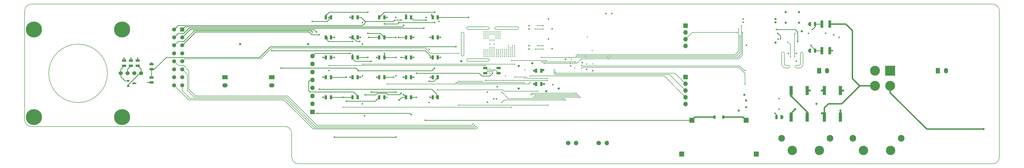
<source format=gbr>
%TF.GenerationSoftware,KiCad,Pcbnew,(5.0.0-rc2-dev-632-g76d3b6f04)*%
%TF.CreationDate,2018-06-22T22:14:38+02:00*%
%TF.ProjectId,MainBoard,4D61696E426F6172642E6B696361645F,rev?*%
%TF.SameCoordinates,Original*%
%TF.FileFunction,Copper,L4,Bot,Signal*%
%TF.FilePolarity,Positive*%
%FSLAX46Y46*%
G04 Gerber Fmt 4.6, Leading zero omitted, Abs format (unit mm)*
G04 Created by KiCad (PCBNEW (5.0.0-rc2-dev-632-g76d3b6f04)) date 06/22/18 22:14:38*
%MOMM*%
%LPD*%
G01*
G04 APERTURE LIST*
%ADD10C,0.200000*%
%ADD11R,2.000000X1.500000*%
%ADD12O,2.000000X1.500000*%
%ADD13C,3.500000*%
%ADD14C,2.500000*%
%ADD15O,1.700000X1.700000*%
%ADD16C,1.700000*%
%ADD17R,1.700000X1.700000*%
%ADD18C,1.524000*%
%ADD19C,6.000000*%
%ADD20R,0.970000X1.500000*%
%ADD21R,1.500000X0.970000*%
%ADD22R,0.900000X1.200000*%
%ADD23R,1.500000X2.000000*%
%ADD24O,1.500000X2.000000*%
%ADD25R,1.500000X1.500000*%
%ADD26C,1.500000*%
%ADD27R,3.700000X3.700000*%
%ADD28C,3.700000*%
%ADD29R,1.900000X1.900000*%
%ADD30R,1.070000X2.700000*%
%ADD31R,1.170000X3.400000*%
%ADD32R,0.900000X0.800000*%
%ADD33C,0.600000*%
%ADD34C,0.400000*%
%ADD35C,0.800000*%
%ADD36C,0.250000*%
%ADD37C,0.500000*%
G04 APERTURE END LIST*
D10*
X141000000Y-81500000D02*
X148500000Y-81500000D01*
X141000000Y-80500000D02*
X148500000Y-80500000D01*
X148500000Y-80500000D02*
G75*
G02X148500000Y-81500000I0J-500000D01*
G01*
X141000000Y-81500000D02*
G75*
G02X141000000Y-80500000I0J500000D01*
G01*
X139500000Y-71000000D02*
X139500000Y-79000000D01*
X138500000Y-71000000D02*
X138500000Y-79000000D01*
X139500000Y-79000000D02*
G75*
G02X138500000Y-79000000I-500000J0D01*
G01*
X138500000Y-71000000D02*
G75*
G02X139500000Y-71000000I500000J0D01*
G01*
X151500000Y-69500000D02*
X159500000Y-69500000D01*
X151500000Y-68500000D02*
X159500000Y-68500000D01*
X141000000Y-69500000D02*
X148500000Y-69500000D01*
X141000000Y-68500000D02*
X148500000Y-68500000D01*
X151500000Y-69500000D02*
G75*
G02X151500000Y-68500000I0J500000D01*
G01*
X148500000Y-68500000D02*
G75*
G02X148500000Y-69500000I0J-500000D01*
G01*
X159500000Y-68500000D02*
G75*
G02X159500000Y-69500000I0J-500000D01*
G01*
X141000000Y-69500000D02*
G75*
G02X141000000Y-68500000I0J500000D01*
G01*
X264000000Y-84000000D02*
X265000000Y-84000000D01*
X266500000Y-82500000D02*
X266500000Y-78500000D01*
X266500000Y-82500000D02*
G75*
G02X265000000Y-84000000I-1500000J0D01*
G01*
X265500000Y-82500000D02*
G75*
G02X265000000Y-83000000I-500000J0D01*
G01*
X260000000Y-84000000D02*
X261000000Y-84000000D01*
X258500000Y-78500000D02*
X258500000Y-82500000D01*
X260000000Y-84000000D02*
G75*
G02X258500000Y-82500000I0J1500000D01*
G01*
X265000000Y-83000000D02*
X264000000Y-83000000D01*
X265500000Y-78500000D02*
X265500000Y-82500000D01*
X265500000Y-78500000D02*
G75*
G02X266500000Y-78500000I500000J0D01*
G01*
X264000000Y-84000000D02*
G75*
G02X264000000Y-83000000I0J500000D01*
G01*
X260000000Y-83000000D02*
X261000000Y-83000000D01*
X259500000Y-78500000D02*
X259500000Y-82500000D01*
X260000000Y-83000000D02*
G75*
G02X259500000Y-82500000I0J500000D01*
G01*
X261000000Y-83000000D02*
G75*
G02X261000000Y-84000000I0J-500000D01*
G01*
X258500000Y-78500000D02*
G75*
G02X259500000Y-78500000I500000J0D01*
G01*
X72500000Y-106000000D02*
G75*
G02X75000000Y-108500000I0J-2500000D01*
G01*
X75000000Y-108500000D02*
X75000000Y-117500000D01*
X-22500000Y-106000000D02*
X72500000Y-106000000D01*
X6000000Y-86000000D02*
G75*
G03X6000000Y-86000000I-11000000J0D01*
G01*
X-25000000Y-62500000D02*
G75*
G02X-22500000Y-60000000I2500000J0D01*
G01*
X-22500000Y-106000000D02*
G75*
G02X-25000000Y-103500000I0J2500000D01*
G01*
X-25000000Y-62500000D02*
X-25000000Y-103500000D01*
X-22500000Y-60000000D02*
X337500000Y-60000000D01*
X337500000Y-60000000D02*
G75*
G02X340000000Y-62500000I0J-2500000D01*
G01*
X340000000Y-117500000D02*
G75*
G02X337500000Y-120000000I-2500000J0D01*
G01*
X77500000Y-120000000D02*
G75*
G02X75000000Y-117500000I0J2500000D01*
G01*
X337500000Y-120000000D02*
X77500000Y-120000000D01*
X340000000Y-62500000D02*
X340000000Y-117500000D01*
D11*
X67500000Y-87500000D03*
D12*
X67500000Y-90500000D03*
D13*
X289075000Y-115000000D03*
X299275000Y-115000000D03*
D14*
X303225000Y-110400000D03*
X285125000Y-110400000D03*
D13*
X262400000Y-115000000D03*
X272600000Y-115000000D03*
D14*
X276550000Y-110400000D03*
X258450000Y-110400000D03*
D15*
X181500000Y-112181000D03*
D16*
X178500000Y-112181000D03*
D15*
X193000000Y-112181000D03*
D16*
X190000000Y-112181000D03*
D17*
X82821000Y-100500000D03*
D15*
X82821000Y-97500000D03*
X82821000Y-94500000D03*
X82821000Y-91500000D03*
X82821000Y-88500000D03*
X82821000Y-85500000D03*
X82821000Y-82500000D03*
X82821000Y-79500000D03*
D18*
X18620000Y-86000000D03*
X16080000Y-86000000D03*
X13540000Y-86000000D03*
X11000000Y-86000000D03*
D19*
X-21500000Y-69500000D03*
X-21500000Y-102500000D03*
X11500000Y-102500000D03*
X11500000Y-69500000D03*
D20*
X166545000Y-85000000D03*
X168455000Y-85000000D03*
X168455000Y-90000000D03*
X166545000Y-90000000D03*
D21*
X17350000Y-83155000D03*
X17350000Y-81245000D03*
X14810000Y-83155000D03*
X14810000Y-81245000D03*
X12270000Y-81245000D03*
X12270000Y-83155000D03*
D20*
X107795000Y-65000000D03*
X109705000Y-65000000D03*
D21*
X147500000Y-85955000D03*
X147500000Y-84045000D03*
D22*
X233350000Y-102500000D03*
X236650000Y-102500000D03*
D23*
X272500000Y-85000000D03*
D24*
X275500000Y-85000000D03*
D17*
X222500000Y-87420000D03*
D15*
X222500000Y-89960000D03*
X222500000Y-92500000D03*
X222500000Y-95040000D03*
X222500000Y-97580000D03*
D25*
X34000000Y-69500000D03*
D26*
X34000000Y-72500000D03*
X34000000Y-75500000D03*
X34000000Y-78500000D03*
X34000000Y-81500000D03*
X34000000Y-84500000D03*
X34000000Y-87500000D03*
X34000000Y-90500000D03*
X31000000Y-69500000D03*
X31000000Y-72500000D03*
X31000000Y-75500000D03*
X31000000Y-78500000D03*
X31000000Y-81500000D03*
X31000000Y-84500000D03*
X31000000Y-87500000D03*
X31000000Y-90500000D03*
D12*
X50000000Y-90500000D03*
D11*
X50000000Y-87500000D03*
D24*
X320000000Y-85000000D03*
D23*
X317000000Y-85000000D03*
D27*
X299100000Y-85000000D03*
D28*
X299100000Y-90700000D03*
X293400000Y-85000000D03*
X293400000Y-90700000D03*
D29*
X224850000Y-103650000D03*
X245150000Y-103650000D03*
X221030000Y-116350000D03*
X248970000Y-116350000D03*
D21*
X22500000Y-87545000D03*
X22500000Y-89455000D03*
X22500000Y-82545000D03*
X22500000Y-84455000D03*
D20*
X97795000Y-95000000D03*
X99705000Y-95000000D03*
X89705000Y-95000000D03*
X87795000Y-95000000D03*
X107795000Y-80000000D03*
X109705000Y-80000000D03*
X89705000Y-65000000D03*
X87795000Y-65000000D03*
X129705000Y-72500000D03*
X127795000Y-72500000D03*
X127795000Y-65000000D03*
X129705000Y-65000000D03*
X127795000Y-80000000D03*
X129705000Y-80000000D03*
X99705000Y-65000000D03*
X97795000Y-65000000D03*
X107795000Y-72500000D03*
X109705000Y-72500000D03*
X119705000Y-65000000D03*
X117795000Y-65000000D03*
X117795000Y-72500000D03*
X119705000Y-72500000D03*
X97795000Y-72500000D03*
X99705000Y-72500000D03*
X89705000Y-80000000D03*
X87795000Y-80000000D03*
D21*
X152500000Y-85955000D03*
X152500000Y-84045000D03*
D20*
X89705000Y-72500000D03*
X87795000Y-72500000D03*
X117795000Y-80000000D03*
X119705000Y-80000000D03*
X97795000Y-80000000D03*
X99705000Y-80000000D03*
X117795000Y-95000000D03*
X119705000Y-95000000D03*
X119705000Y-87500000D03*
X117795000Y-87500000D03*
X109705000Y-87500000D03*
X107795000Y-87500000D03*
X99705000Y-87500000D03*
X97795000Y-87500000D03*
X129705000Y-95000000D03*
X127795000Y-95000000D03*
X109705000Y-95000000D03*
X107795000Y-95000000D03*
X129705000Y-87500000D03*
X127795000Y-87500000D03*
X87795000Y-87500000D03*
X89705000Y-87500000D03*
D30*
X276505000Y-67500000D03*
X273495000Y-67500000D03*
D20*
X270955000Y-67500000D03*
X269045000Y-67500000D03*
D30*
X273495000Y-77500000D03*
X276505000Y-77500000D03*
D20*
X269045000Y-77500000D03*
X270955000Y-77500000D03*
D31*
X280505000Y-102500000D03*
X274495000Y-102500000D03*
D20*
X258455000Y-102500000D03*
X256545000Y-102500000D03*
D31*
X280505000Y-92500000D03*
X274495000Y-92500000D03*
X268005000Y-102500000D03*
X261995000Y-102500000D03*
X268005000Y-92500000D03*
X261995000Y-92500000D03*
D32*
X13810000Y-90760000D03*
X13810000Y-88860000D03*
X15810000Y-89810000D03*
D15*
X222500000Y-75715000D03*
X222500000Y-73175000D03*
X222500000Y-70635000D03*
D17*
X222500000Y-68095000D03*
D33*
X172750000Y-90300000D03*
D34*
X162250000Y-87900000D03*
X162250000Y-84700000D03*
D35*
X165750000Y-85000000D03*
X165750000Y-90000000D03*
D33*
X163850000Y-75635000D03*
X171150000Y-65595000D03*
X171150000Y-73095000D03*
X179500000Y-83250000D03*
D34*
X154750000Y-77250000D03*
X155500000Y-77250000D03*
X155500000Y-78000000D03*
X156250000Y-78000000D03*
X156250000Y-77250000D03*
X157000000Y-77250000D03*
X157000000Y-78000000D03*
X156250000Y-76500000D03*
X156250000Y-75750000D03*
X157000000Y-76500000D03*
X154750000Y-78000000D03*
X154000000Y-78000000D03*
X154000000Y-77250000D03*
X153250000Y-78000000D03*
X153250000Y-77250000D03*
X157750000Y-75750000D03*
X157750000Y-76500000D03*
X157750000Y-77250000D03*
X157750000Y-78000000D03*
X152500000Y-78000000D03*
X152500000Y-77250000D03*
X151750000Y-77250000D03*
X151750000Y-78000000D03*
X151750000Y-78750000D03*
X152500000Y-78750000D03*
X153250000Y-78750000D03*
X154000000Y-78750000D03*
X154750000Y-78750000D03*
X155500000Y-78750000D03*
X156250000Y-78750000D03*
X157000000Y-78750000D03*
X157750000Y-78750000D03*
X151750000Y-79500000D03*
X152500000Y-79500000D03*
X153250000Y-79500000D03*
X154000000Y-79500000D03*
X154750000Y-79500000D03*
X155500000Y-79500000D03*
X156250000Y-79500000D03*
X157000000Y-79500000D03*
X157750000Y-79500000D03*
X158500000Y-79500000D03*
X158500000Y-78750000D03*
X158500000Y-78000000D03*
X158500000Y-77250000D03*
X158500000Y-76500000D03*
X158500000Y-75750000D03*
D33*
X244080000Y-65555000D03*
X192695000Y-63500000D03*
D34*
X187500000Y-77500000D03*
X152250000Y-84250000D03*
D33*
X148300000Y-93095000D03*
X141205000Y-65000000D03*
X148300000Y-96905000D03*
X151700000Y-95635000D03*
D34*
X149250000Y-75000000D03*
X150750000Y-75000000D03*
X149250000Y-76500000D03*
X150000000Y-76500000D03*
X150750000Y-76500000D03*
X149250000Y-77250000D03*
X150000000Y-77250000D03*
X150750000Y-77250000D03*
X148500000Y-77250000D03*
X147750000Y-77250000D03*
X147000000Y-77250000D03*
X147000000Y-78000000D03*
X147750000Y-78000000D03*
X148500000Y-78000000D03*
X149250000Y-78000000D03*
X150000000Y-78000000D03*
X150750000Y-78000000D03*
X150750000Y-73500000D03*
X150000000Y-73500000D03*
X149250000Y-73500000D03*
X151500000Y-72750000D03*
X152250000Y-72750000D03*
X153000000Y-72750000D03*
X148500000Y-72750000D03*
X147750000Y-72750000D03*
X147000000Y-72750000D03*
X147000000Y-72000000D03*
X147750000Y-72000000D03*
X148500000Y-72000000D03*
X151500000Y-72000000D03*
X152250000Y-72000000D03*
X153000000Y-72000000D03*
D35*
X160000000Y-83250000D03*
X160000000Y-91750000D03*
X175000000Y-91750000D03*
X170300000Y-92750000D03*
X165100000Y-82250000D03*
D33*
X163850000Y-68135000D03*
X163850000Y-76905000D03*
X163850000Y-69405000D03*
X172500000Y-76750000D03*
X172500000Y-69250000D03*
D34*
X181000000Y-84000000D03*
X179750000Y-80750000D03*
D33*
X177500000Y-80750000D03*
D34*
X187750000Y-82500000D03*
D33*
X183750000Y-82000000D03*
X187750000Y-85000000D03*
D34*
X147000000Y-71250000D03*
X147750000Y-71250000D03*
X148500000Y-71250000D03*
X148500000Y-70500000D03*
X147750000Y-70500000D03*
X147000000Y-70500000D03*
X149250000Y-70500000D03*
X150000000Y-70500000D03*
X150750000Y-70500000D03*
X151500000Y-70500000D03*
X152250000Y-70500000D03*
X153000000Y-70500000D03*
X153000000Y-71250000D03*
X152250000Y-71250000D03*
X151500000Y-71250000D03*
X150750000Y-71250000D03*
X150000000Y-71250000D03*
X149250000Y-71250000D03*
X147000000Y-78750000D03*
X147750000Y-78750000D03*
X148500000Y-78750000D03*
X149250000Y-78750000D03*
X150000000Y-78750000D03*
X150750000Y-78750000D03*
X147000000Y-79500000D03*
X147750000Y-79500000D03*
X148500000Y-79500000D03*
X149250000Y-79500000D03*
X150000000Y-79500000D03*
X150750000Y-79500000D03*
D33*
X12270000Y-80412000D03*
X14810000Y-80412000D03*
X17350000Y-80412000D03*
X16588000Y-89810000D03*
D35*
X242369998Y-100000000D03*
X244500000Y-94050000D03*
X245175000Y-96230000D03*
D33*
X244080000Y-66825000D03*
D35*
X169500000Y-90000000D03*
X169200000Y-84750000D03*
D33*
X245350000Y-75445000D03*
D34*
X185760000Y-72350000D03*
D33*
X194895000Y-63500000D03*
D34*
X22500000Y-82000000D03*
D33*
X151955000Y-91000000D03*
X110705000Y-65000000D03*
X117795000Y-64000000D03*
X125400000Y-65000000D03*
X100705000Y-72500000D03*
X120705000Y-72500000D03*
X126500000Y-76950000D03*
X130705000Y-80000000D03*
X89000000Y-84950000D03*
X86795000Y-87500000D03*
X96795000Y-87500000D03*
X101500000Y-86950000D03*
X106795000Y-87500000D03*
X120705000Y-87500000D03*
X126500000Y-96950000D03*
X102285000Y-102000000D03*
X86795000Y-95000000D03*
D34*
X155000000Y-86955000D03*
D33*
X101500000Y-74950000D03*
D34*
X149200000Y-86000000D03*
X149200000Y-84250000D03*
D35*
X245175000Y-98770000D03*
D33*
X185500000Y-84500000D03*
D34*
X185500000Y-82500000D03*
D35*
X138500000Y-81500000D03*
D33*
X150700000Y-95635000D03*
D35*
X55675000Y-75000000D03*
D34*
X21000000Y-89455000D03*
D33*
X128600000Y-63050000D03*
D34*
X150250000Y-85250000D03*
X150750000Y-84750000D03*
D33*
X261000000Y-78500000D03*
X264000000Y-78500000D03*
X257500000Y-95500000D03*
D35*
X256150000Y-65555000D03*
X265000000Y-63000000D03*
X260000000Y-63000000D03*
D33*
X259000000Y-102500000D03*
X278000000Y-71550000D03*
X257150000Y-73175000D03*
D35*
X266000000Y-70250000D03*
D34*
X263250000Y-79750000D03*
D33*
X264000000Y-81500000D03*
X268500000Y-71000000D03*
X275000000Y-71000000D03*
X268500000Y-77500000D03*
X268500000Y-67500000D03*
X280000000Y-72500000D03*
D35*
X281500000Y-92500000D03*
X269000000Y-92500000D03*
D33*
X257500000Y-99500000D03*
D35*
X256150000Y-66825000D03*
X265000000Y-67000000D03*
X260000000Y-67000000D03*
D34*
X263500000Y-71000000D03*
D35*
X256150000Y-74445000D03*
D34*
X260750000Y-74250000D03*
X261750000Y-79750000D03*
D33*
X119785000Y-101500000D03*
X84500000Y-101000000D03*
X84321000Y-70500000D03*
X116795000Y-87500000D03*
X116795000Y-94000000D03*
X115205000Y-96000000D03*
X114000000Y-110000000D03*
X91000000Y-110000000D03*
X127000000Y-80000000D03*
X67500000Y-77500000D03*
X125000000Y-103650000D03*
X100000000Y-85000000D03*
X128500000Y-84000000D03*
X71000000Y-84000000D03*
X95500000Y-87500000D03*
X95500000Y-96500000D03*
X127000000Y-87500000D03*
D35*
X273500000Y-92500000D03*
X334050000Y-107000000D03*
X271500000Y-97500000D03*
D33*
X277500000Y-77500000D03*
D35*
X280500000Y-100000000D03*
D34*
X173750000Y-85500000D03*
X173250000Y-84700000D03*
X164250000Y-87100000D03*
D33*
X96795000Y-65000000D03*
X101500000Y-66950000D03*
X130100000Y-66500000D03*
X130705000Y-72500000D03*
X120705000Y-80000000D03*
X106795000Y-80000000D03*
X86795000Y-80000000D03*
X114000000Y-86950000D03*
X126795000Y-95000000D03*
X101500000Y-97450000D03*
X114000000Y-64950000D03*
D35*
X81175000Y-75000000D03*
D34*
X143500000Y-105500000D03*
X143000000Y-105000000D03*
D33*
X89000000Y-64950000D03*
X82705000Y-66500000D03*
X82705000Y-70500000D03*
X127400000Y-64050000D03*
X124500000Y-69000000D03*
X129205000Y-95000000D03*
X85321000Y-92000000D03*
X85321000Y-71500000D03*
X116000000Y-80000000D03*
X116000000Y-93500000D03*
X102500000Y-94050000D03*
X117000000Y-67950000D03*
X116000000Y-66000000D03*
X102500000Y-66500000D03*
D34*
X144000000Y-106000000D03*
X144500000Y-106500000D03*
X137500000Y-78500000D03*
X137500000Y-89000000D03*
X137500000Y-98000000D03*
X171000000Y-98000000D03*
D35*
X273500000Y-101000000D03*
D34*
X167100000Y-92750000D03*
X129500000Y-92250000D03*
D33*
X128600000Y-66950000D03*
X115100000Y-66950000D03*
X109705000Y-78500000D03*
X114000000Y-80000000D03*
X109705000Y-67450000D03*
X103500000Y-71000000D03*
X114000000Y-72500000D03*
X103500000Y-63000000D03*
X88000000Y-64050000D03*
X91000000Y-72500000D03*
X115000000Y-72500000D03*
X103795000Y-72500000D03*
X100500000Y-74050000D03*
X96795000Y-72500000D03*
X96795000Y-78500000D03*
X91000000Y-80000000D03*
D34*
X170750000Y-88700000D03*
X147450000Y-88700000D03*
X89000000Y-83050000D03*
X147450000Y-83050000D03*
D33*
X88295000Y-72500000D03*
X97795000Y-74000000D03*
X97795000Y-79000000D03*
X104795000Y-81500000D03*
X114000000Y-93050000D03*
X104795000Y-93050000D03*
X113205000Y-87500000D03*
X103500000Y-80000000D03*
X100705000Y-87500000D03*
D34*
X170750000Y-87900000D03*
X158500000Y-87400000D03*
X101500000Y-82550000D03*
X158500000Y-82550000D03*
D33*
X126500000Y-89000000D03*
X136500000Y-76000000D03*
D34*
X162000000Y-89500000D03*
X136500000Y-89500000D03*
X170300000Y-81250000D03*
X157300000Y-81250000D03*
D33*
X94205000Y-95000000D03*
D34*
X94205000Y-98750000D03*
X157300000Y-98750000D03*
D33*
X125400000Y-65950000D03*
X126795000Y-72500000D03*
X121705000Y-95000000D03*
X121705000Y-86000000D03*
X150205000Y-86000000D03*
D34*
X164250000Y-89500000D03*
X110705000Y-95000000D03*
X110705000Y-90000000D03*
D33*
X270000000Y-69500000D03*
X269500000Y-75500000D03*
X256000000Y-101000000D03*
D35*
X263500000Y-99500000D03*
X261995000Y-94495000D03*
D34*
X168500014Y-80000000D03*
X243350000Y-68095000D03*
X193295000Y-80000000D03*
X179000000Y-80000000D03*
X181250000Y-81750000D03*
X181500000Y-79500000D03*
X242850000Y-71905000D03*
X194295000Y-79500000D03*
X168700000Y-81750000D03*
X185000000Y-79500000D03*
X243850000Y-70635000D03*
X241850000Y-70635000D03*
X193795000Y-80500000D03*
X179400000Y-82250000D03*
X169500000Y-82250000D03*
X181500000Y-93500000D03*
X165000000Y-93500000D03*
X244800000Y-84960000D03*
X183500000Y-83000000D03*
X244760000Y-90000000D03*
X183500000Y-84000000D03*
X167100000Y-68135000D03*
X167100000Y-75635000D03*
X169150000Y-68135000D03*
X169150000Y-75635000D03*
X166300000Y-69405000D03*
X166300000Y-76905000D03*
X169150000Y-69405000D03*
X169150000Y-76905000D03*
X242350000Y-69365000D03*
X164500000Y-94000000D03*
X182000000Y-79000000D03*
X182000000Y-94000000D03*
X165500000Y-95000000D03*
X183000000Y-95000000D03*
X182500000Y-94500000D03*
X166300000Y-94500000D03*
X153700000Y-93095000D03*
X177000000Y-95500000D03*
X153700000Y-96905000D03*
X177500000Y-96000000D03*
D33*
X256500000Y-69500000D03*
X264500000Y-74000000D03*
X258000000Y-73000000D03*
X257000000Y-71000000D03*
D36*
X166545000Y-85000000D02*
X165750000Y-85000000D01*
X166545000Y-90000000D02*
X165750000Y-90000000D01*
X129705000Y-65000000D02*
X141205000Y-65000000D01*
X12270000Y-81245000D02*
X12270000Y-80412000D01*
X14810000Y-81245000D02*
X14810000Y-80412000D01*
X17350000Y-81245000D02*
X17350000Y-80412000D01*
X15810000Y-89810000D02*
X16588000Y-89810000D01*
D37*
X244000000Y-102500000D02*
X245150000Y-103650000D01*
X236650000Y-102500000D02*
X244000000Y-102500000D01*
D36*
X168455000Y-90000000D02*
X169500000Y-90000000D01*
X168950000Y-85000000D02*
X169200000Y-84750000D01*
X168455000Y-85000000D02*
X168950000Y-85000000D01*
X109705000Y-65000000D02*
X110705000Y-65000000D01*
X117795000Y-65000000D02*
X117795000Y-64000000D01*
X99705000Y-72500000D02*
X100705000Y-72500000D01*
X119705000Y-72500000D02*
X120705000Y-72500000D01*
X129705000Y-80000000D02*
X130705000Y-80000000D01*
X87795000Y-87500000D02*
X86795000Y-87500000D01*
X97795000Y-87500000D02*
X96795000Y-87500000D01*
X107795000Y-87500000D02*
X106795000Y-87500000D01*
X119705000Y-87500000D02*
X120705000Y-87500000D01*
X87795000Y-95000000D02*
X86795000Y-95000000D01*
X22500000Y-82545000D02*
X22500000Y-82000000D01*
X18620000Y-84425000D02*
X17350000Y-83155000D01*
X18620000Y-86000000D02*
X18620000Y-84425000D01*
X13810000Y-90770000D02*
X13810000Y-90302000D01*
X18112000Y-86000000D02*
X18620000Y-86000000D01*
X13810000Y-90302000D02*
X18112000Y-86000000D01*
X13540000Y-84425000D02*
X14810000Y-83155000D01*
X13540000Y-86000000D02*
X13540000Y-84425000D01*
X22500000Y-89455000D02*
X21000000Y-89455000D01*
X11000000Y-84425000D02*
X12270000Y-83155000D01*
X11000000Y-86000000D02*
X11000000Y-84425000D01*
X12600000Y-88870000D02*
X13810000Y-88870000D01*
X11000000Y-86000000D02*
X11000000Y-87270000D01*
X12590000Y-88860000D02*
X12524000Y-88794000D01*
X13810000Y-88860000D02*
X12590000Y-88860000D01*
X11000000Y-87270000D02*
X12524000Y-88794000D01*
X12524000Y-88794000D02*
X12600000Y-88870000D01*
X109745000Y-63050000D02*
X107795000Y-65000000D01*
X128600000Y-63050000D02*
X109745000Y-63050000D01*
D10*
X148205000Y-85250000D02*
X147500000Y-85955000D01*
X150250000Y-85250000D02*
X148205000Y-85250000D01*
X148205000Y-84750000D02*
X147500000Y-84045000D01*
X150750000Y-84750000D02*
X148205000Y-84750000D01*
X151295000Y-84750000D02*
X152500000Y-85955000D01*
X150750000Y-84750000D02*
X151295000Y-84750000D01*
D36*
X258455000Y-102500000D02*
X259000000Y-102500000D01*
X269045000Y-77500000D02*
X268500000Y-77500000D01*
X269045000Y-67500000D02*
X268500000Y-67500000D01*
D37*
X280505000Y-92500000D02*
X281500000Y-92500000D01*
X268005000Y-92500000D02*
X269000000Y-92500000D01*
D10*
X263250000Y-71250000D02*
X263300001Y-71199999D01*
X263250000Y-79750000D02*
X263250000Y-71250000D01*
X263300001Y-71199999D02*
X263500000Y-71000000D01*
X260750000Y-74250000D02*
X261750000Y-75250000D01*
X261750000Y-75250000D02*
X261750000Y-79750000D01*
D36*
X34000000Y-72500000D02*
X37000000Y-69500000D01*
X37000000Y-69500000D02*
X40500000Y-69500000D01*
X40500000Y-69500000D02*
X40285000Y-69500000D01*
X119285000Y-101000000D02*
X119785000Y-101500000D01*
X84500000Y-101000000D02*
X119285000Y-101000000D01*
X83321000Y-69500000D02*
X40500000Y-69500000D01*
X84321000Y-70500000D02*
X83321000Y-69500000D01*
X117795000Y-87500000D02*
X116795000Y-87500000D01*
X116795000Y-94000000D02*
X117795000Y-95000000D01*
X117795000Y-95000000D02*
X116205000Y-95000000D01*
X116205000Y-95000000D02*
X115205000Y-96000000D01*
X114000000Y-110000000D02*
X91000000Y-110000000D01*
D37*
X226000000Y-102500000D02*
X224850000Y-103650000D01*
X233350000Y-102500000D02*
X226000000Y-102500000D01*
D36*
X127050000Y-80000000D02*
X127795000Y-80000000D01*
X127000000Y-80050000D02*
X127050000Y-80000000D01*
X99500000Y-77500000D02*
X67500000Y-77500000D01*
X125000000Y-77500000D02*
X99500000Y-77500000D01*
X127000000Y-80000000D02*
X127000000Y-79500000D01*
X127000000Y-79500000D02*
X125000000Y-77500000D01*
X224850000Y-103650000D02*
X125000000Y-103650000D01*
X100000000Y-85000000D02*
X127500000Y-85000000D01*
X127500000Y-85000000D02*
X128500000Y-84000000D01*
X99045000Y-84000000D02*
X100000000Y-84955000D01*
X71000000Y-84000000D02*
X99045000Y-84000000D01*
X100000000Y-84955000D02*
X100000000Y-85000000D01*
X89705000Y-87500000D02*
X95500000Y-87500000D01*
X95550000Y-96500000D02*
X95500000Y-96550000D01*
X107795000Y-95000000D02*
X106295000Y-96500000D01*
X106295000Y-96500000D02*
X95550000Y-96500000D01*
X127050000Y-87500000D02*
X127795000Y-87500000D01*
X127000000Y-87550000D02*
X127050000Y-87500000D01*
D37*
X273500000Y-92500000D02*
X274495000Y-92500000D01*
X333484315Y-107000000D02*
X334050000Y-107000000D01*
X312783705Y-107000000D02*
X333484315Y-107000000D01*
X299100000Y-93316295D02*
X312783705Y-107000000D01*
X299100000Y-90700000D02*
X299100000Y-93316295D01*
X277500000Y-77500000D02*
X276505000Y-77500000D01*
X280505000Y-100005000D02*
X280500000Y-100000000D01*
X280505000Y-102500000D02*
X280505000Y-100005000D01*
D10*
X218540000Y-86000000D02*
X222500000Y-89960000D01*
X174000000Y-86000000D02*
X218540000Y-86000000D01*
X173750000Y-85500000D02*
X173750000Y-85750000D01*
X173750000Y-85750000D02*
X174000000Y-86000000D01*
X216500000Y-86500000D02*
X222500000Y-92500000D01*
X173500000Y-86500000D02*
X216500000Y-86500000D01*
X173250000Y-84700000D02*
X173250000Y-86250000D01*
X173250000Y-86250000D02*
X173500000Y-86500000D01*
X164350000Y-87000000D02*
X164250000Y-87100000D01*
X214500000Y-87000000D02*
X164350000Y-87000000D01*
X222500000Y-95040000D02*
X222500000Y-95000000D01*
X222500000Y-95000000D02*
X214500000Y-87000000D01*
D36*
X97795000Y-65000000D02*
X96795000Y-65000000D01*
X129705000Y-72500000D02*
X130705000Y-72500000D01*
X119705000Y-80000000D02*
X120705000Y-80000000D01*
X107795000Y-80000000D02*
X106795000Y-80000000D01*
X87795000Y-80000000D02*
X86795000Y-80000000D01*
X127795000Y-95000000D02*
X126795000Y-95000000D01*
D10*
X38500000Y-95000000D02*
X38000000Y-94500000D01*
X73000000Y-95000000D02*
X38500000Y-95000000D01*
X143500000Y-105500000D02*
X143000000Y-106000000D01*
X143000000Y-106000000D02*
X84000000Y-106000000D01*
X84000000Y-106000000D02*
X73000000Y-95000000D01*
X36000000Y-92500000D02*
X38000000Y-94500000D01*
X36000000Y-86500000D02*
X36000000Y-92500000D01*
X34000000Y-84500000D02*
X36000000Y-86500000D01*
X84500000Y-105500000D02*
X142500000Y-105500000D01*
X73500000Y-94500000D02*
X84500000Y-105500000D01*
X38500000Y-94000000D02*
X39000000Y-94500000D01*
X39000000Y-94500000D02*
X73500000Y-94500000D01*
X142500000Y-105500000D02*
X143000000Y-105000000D01*
X38500000Y-94000000D02*
X36500000Y-92000000D01*
X36500000Y-92000000D02*
X36500000Y-85000000D01*
X36500000Y-85000000D02*
X34500000Y-83000000D01*
X34500000Y-83000000D02*
X32500000Y-83000000D01*
X32500000Y-83000000D02*
X31000000Y-81500000D01*
D36*
X89655000Y-64950000D02*
X89705000Y-65000000D01*
X89000000Y-64950000D02*
X89655000Y-64950000D01*
X89000000Y-64950000D02*
X89000000Y-65705000D01*
X89000000Y-65705000D02*
X88205000Y-66500000D01*
X88205000Y-66500000D02*
X82705000Y-66500000D01*
X82205000Y-70000000D02*
X82705000Y-70500000D01*
X38500000Y-70000000D02*
X82205000Y-70000000D01*
X34500000Y-74000000D02*
X38500000Y-70000000D01*
X31000000Y-75500000D02*
X32500000Y-74000000D01*
X32500000Y-74000000D02*
X34500000Y-74000000D01*
X127400000Y-64605000D02*
X127795000Y-65000000D01*
X127400000Y-64050000D02*
X127400000Y-64605000D01*
X40500000Y-69000000D02*
X124500000Y-69000000D01*
X36500000Y-69000000D02*
X40500000Y-69000000D01*
X34500000Y-71000000D02*
X36500000Y-69000000D01*
X31000000Y-72500000D02*
X32500000Y-71000000D01*
X32500000Y-71000000D02*
X34500000Y-71000000D01*
X129705000Y-95000000D02*
X129205000Y-95000000D01*
X129205000Y-93705000D02*
X129205000Y-95000000D01*
X127500000Y-92000000D02*
X129205000Y-93705000D01*
X85321000Y-92000000D02*
X127500000Y-92000000D01*
X39000000Y-70500000D02*
X34000000Y-75500000D01*
X81500000Y-70500000D02*
X39000000Y-70500000D01*
X82500000Y-71500000D02*
X81500000Y-70500000D01*
X85321000Y-71500000D02*
X82500000Y-71500000D01*
X117795000Y-80000000D02*
X116050000Y-80000000D01*
X116050000Y-80000000D02*
X116000000Y-80050000D01*
X115500000Y-94000000D02*
X116000000Y-93500000D01*
X111000000Y-94000000D02*
X115500000Y-94000000D01*
X110500000Y-93500000D02*
X111000000Y-94000000D01*
X107000000Y-93500000D02*
X110500000Y-93500000D01*
X102500000Y-94050000D02*
X106450000Y-94050000D01*
X106450000Y-94050000D02*
X107000000Y-93500000D01*
X116450000Y-68500000D02*
X117000000Y-67950000D01*
X34000000Y-69500000D02*
X35000000Y-68500000D01*
X35000000Y-68500000D02*
X116450000Y-68500000D01*
X116000000Y-66000000D02*
X113500000Y-66000000D01*
X113500000Y-66000000D02*
X113000000Y-66500000D01*
X113000000Y-66500000D02*
X102500000Y-66500000D01*
X101000000Y-65000000D02*
X102500000Y-66500000D01*
X99705000Y-65000000D02*
X101000000Y-65000000D01*
X102500000Y-67000000D02*
X102500000Y-66500000D01*
X101500000Y-68000000D02*
X102500000Y-67000000D01*
X31000000Y-69500000D02*
X32500000Y-68000000D01*
X32500000Y-68000000D02*
X101500000Y-68000000D01*
D10*
X144000000Y-106000000D02*
X143500000Y-106500000D01*
X143500000Y-106500000D02*
X83500000Y-106500000D01*
X83500000Y-106500000D02*
X72500000Y-95500000D01*
X72500000Y-95500000D02*
X38000000Y-95500000D01*
X34000000Y-90500000D02*
X34000000Y-92500000D01*
X37000000Y-95500000D02*
X38000000Y-95500000D01*
X34000000Y-92500000D02*
X37000000Y-95500000D01*
X36500000Y-96000000D02*
X31000000Y-90500000D01*
X72000000Y-96000000D02*
X36500000Y-96000000D01*
X83000000Y-107000000D02*
X72000000Y-96000000D01*
X144500000Y-106500000D02*
X144000000Y-107000000D01*
X144000000Y-107000000D02*
X83000000Y-107000000D01*
X35000000Y-80500000D02*
X39500000Y-80500000D01*
X39500000Y-80500000D02*
X63500000Y-80500000D01*
X137500000Y-89000000D02*
X146500000Y-89000000D01*
X34000000Y-81500000D02*
X35000000Y-80500000D01*
X127000000Y-78500000D02*
X137500000Y-78500000D01*
X63500000Y-80500000D02*
X67500000Y-76500000D01*
X125000000Y-76500000D02*
X127000000Y-78500000D01*
X67500000Y-76500000D02*
X125000000Y-76500000D01*
X137500000Y-98000000D02*
X171000000Y-98000000D01*
D37*
X287700000Y-90700000D02*
X293400000Y-90700000D01*
X285000000Y-88000000D02*
X287700000Y-90700000D01*
X285000000Y-70000000D02*
X285000000Y-88000000D01*
X276505000Y-67500000D02*
X282500000Y-67500000D01*
X282500000Y-67500000D02*
X285000000Y-70000000D01*
X276000000Y-97500000D02*
X274495000Y-99005000D01*
X281000000Y-97500000D02*
X276000000Y-97500000D01*
X287700000Y-90700000D02*
X287700000Y-90800000D01*
X287700000Y-90800000D02*
X281000000Y-97500000D01*
X274495000Y-99005000D02*
X274495000Y-100500000D01*
X274495000Y-100500000D02*
X274495000Y-102500000D01*
X274495000Y-100505000D02*
X274495000Y-100500000D01*
X273500000Y-101000000D02*
X274000000Y-101000000D01*
X274000000Y-101000000D02*
X274495000Y-100505000D01*
D10*
X167100000Y-92750000D02*
X154600000Y-92750000D01*
X154600000Y-92750000D02*
X154100000Y-92250000D01*
X154100000Y-92250000D02*
X129500000Y-92250000D01*
D36*
X128600000Y-66950000D02*
X115100000Y-66950000D01*
X109705000Y-78500000D02*
X109705000Y-80000000D01*
X109705000Y-80000000D02*
X113950000Y-80000000D01*
X113950000Y-80000000D02*
X114000000Y-80050000D01*
X114600000Y-67450000D02*
X115100000Y-66950000D01*
X109705000Y-67450000D02*
X114600000Y-67450000D01*
X108205000Y-71000000D02*
X109705000Y-72500000D01*
X103500000Y-71000000D02*
X108205000Y-71000000D01*
X109705000Y-72500000D02*
X114000000Y-72500000D01*
X88000000Y-64795000D02*
X87795000Y-65000000D01*
X88000000Y-64050000D02*
X88000000Y-64795000D01*
X87795000Y-64255000D02*
X87795000Y-65000000D01*
X103500000Y-63000000D02*
X89050000Y-63000000D01*
X89050000Y-63000000D02*
X87795000Y-64255000D01*
X91000000Y-72500000D02*
X89705000Y-72500000D01*
X115000000Y-72450000D02*
X115050000Y-72500000D01*
X117795000Y-72500000D02*
X115000000Y-72500000D01*
X107795000Y-72500000D02*
X103795000Y-72500000D01*
X99345000Y-74050000D02*
X97795000Y-72500000D01*
X100500000Y-74050000D02*
X99345000Y-74050000D01*
X97795000Y-72500000D02*
X96795000Y-72500000D01*
X96795000Y-78500000D02*
X84000000Y-78500000D01*
X82821000Y-79500000D02*
X83821000Y-78500000D01*
X83821000Y-78500000D02*
X84000000Y-78500000D01*
X89705000Y-80000000D02*
X91000000Y-80000000D01*
D10*
X89000000Y-83050000D02*
X147450000Y-83050000D01*
X170750000Y-88700000D02*
X148750000Y-88700000D01*
X148750000Y-88700000D02*
X147450000Y-88700000D01*
D36*
X87795000Y-72500000D02*
X88295000Y-72500000D01*
X88295000Y-72500000D02*
X88295000Y-73500000D01*
X88295000Y-73500000D02*
X88795000Y-74000000D01*
X88795000Y-74000000D02*
X97795000Y-74000000D01*
X97795000Y-79000000D02*
X97795000Y-80000000D01*
X97795000Y-80000000D02*
X97795000Y-80500000D01*
X97795000Y-80500000D02*
X98795000Y-81500000D01*
X98795000Y-81500000D02*
X104795000Y-81500000D01*
X114000000Y-93050000D02*
X104795000Y-93050000D01*
X109705000Y-87500000D02*
X113205000Y-87500000D01*
X99705000Y-80000000D02*
X103450000Y-80000000D01*
X103450000Y-80000000D02*
X103500000Y-80050000D01*
X99705000Y-87500000D02*
X100705000Y-87500000D01*
D10*
X170750000Y-87900000D02*
X163250000Y-87900000D01*
X162750000Y-87400000D02*
X158500000Y-87400000D01*
X163250000Y-87900000D02*
X162750000Y-87400000D01*
X158500000Y-82550000D02*
X101500000Y-82550000D01*
D36*
X128205000Y-89000000D02*
X129705000Y-87500000D01*
X126500000Y-89000000D02*
X128205000Y-89000000D01*
X63000000Y-80000000D02*
X66500000Y-76500000D01*
X66500000Y-76500000D02*
X67000000Y-76000000D01*
X67000000Y-76000000D02*
X136500000Y-76000000D01*
D10*
X162000000Y-89500000D02*
X136500000Y-89500000D01*
D36*
X22500000Y-84455000D02*
X22500000Y-86000000D01*
X22500000Y-86000000D02*
X22500000Y-87545000D01*
X23545000Y-84455000D02*
X28000000Y-80000000D01*
X22500000Y-84455000D02*
X23545000Y-84455000D01*
X28000000Y-80000000D02*
X63000000Y-80000000D01*
D10*
X170300000Y-81250000D02*
X157300000Y-81250000D01*
D36*
X94205000Y-95000000D02*
X97795000Y-95000000D01*
X89705000Y-95000000D02*
X94205000Y-95000000D01*
D10*
X157300000Y-98750000D02*
X94205000Y-98750000D01*
D36*
X81821000Y-88500000D02*
X82821000Y-88500000D01*
X99705000Y-94500000D02*
X98205000Y-93000000D01*
X99705000Y-95000000D02*
X99705000Y-94500000D01*
X98205000Y-93000000D02*
X81821000Y-93000000D01*
X81821000Y-93000000D02*
X81321000Y-92500000D01*
X81321000Y-92500000D02*
X81321000Y-89000000D01*
X81321000Y-89000000D02*
X81821000Y-88500000D01*
X120655000Y-65950000D02*
X119705000Y-65000000D01*
X125400000Y-65950000D02*
X120655000Y-65950000D01*
X127795000Y-72500000D02*
X126795000Y-72500000D01*
X119705000Y-95000000D02*
X121705000Y-95000000D01*
X121705000Y-86000000D02*
X145205000Y-86000000D01*
X145205000Y-86000000D02*
X146205000Y-87000000D01*
X146205000Y-87000000D02*
X149205000Y-87000000D01*
X149205000Y-87000000D02*
X150205000Y-86000000D01*
D10*
X109705000Y-95000000D02*
X110705000Y-95000000D01*
X163750000Y-90000000D02*
X110705000Y-90000000D01*
X164250000Y-89500000D02*
X163750000Y-90000000D01*
D36*
X270955000Y-67500000D02*
X273495000Y-67500000D01*
X270955000Y-67500000D02*
X270955000Y-68545000D01*
X270955000Y-68545000D02*
X270000000Y-69500000D01*
X270955000Y-77500000D02*
X273495000Y-77500000D01*
X269500000Y-75780000D02*
X269500000Y-75500000D01*
X270955000Y-77500000D02*
X270955000Y-77235000D01*
X270955000Y-77235000D02*
X269500000Y-75780000D01*
X256545000Y-101545000D02*
X256000000Y-101000000D01*
X256545000Y-102500000D02*
X256545000Y-101545000D01*
D37*
X261995000Y-101005000D02*
X263500000Y-99500000D01*
X261995000Y-102500000D02*
X261995000Y-101005000D01*
X261995000Y-94495000D02*
X261995000Y-92500000D01*
X268005000Y-102500000D02*
X268005000Y-100505000D01*
X268005000Y-100505000D02*
X261995000Y-94495000D01*
D10*
X243350000Y-68095000D02*
X243350000Y-78650000D01*
X243350000Y-78650000D02*
X242000000Y-80000000D01*
X242000000Y-80000000D02*
X193295000Y-80000000D01*
X179000000Y-80000000D02*
X193295000Y-80000000D01*
X179000000Y-80000000D02*
X168500014Y-80000000D01*
X242850000Y-71905000D02*
X242850000Y-78150000D01*
X242850000Y-78150000D02*
X241500000Y-79500000D01*
X241500000Y-79500000D02*
X194295000Y-79500000D01*
X168700000Y-81750000D02*
X181250000Y-81750000D01*
X185000000Y-79500000D02*
X181500000Y-79500000D01*
X194295000Y-79500000D02*
X185000000Y-79500000D01*
X225040000Y-70635000D02*
X222500000Y-73175000D01*
X241850000Y-70635000D02*
X225040000Y-70635000D01*
X243850000Y-70635000D02*
X243850000Y-79150000D01*
X243850000Y-79150000D02*
X242500000Y-80500000D01*
X242500000Y-80500000D02*
X193795000Y-80500000D01*
X183500000Y-80500000D02*
X193795000Y-80500000D01*
X179400000Y-82250000D02*
X181750000Y-82250000D01*
X181750000Y-82250000D02*
X183500000Y-80500000D01*
X169500000Y-82250000D02*
X179400000Y-82250000D01*
X165000000Y-93500000D02*
X181500000Y-93500000D01*
X183750000Y-83250000D02*
X183500000Y-83000000D01*
X242750000Y-83250000D02*
X183750000Y-83250000D01*
X244800000Y-84960000D02*
X244460000Y-84960000D01*
X244460000Y-84960000D02*
X242750000Y-83250000D01*
X244760000Y-86010000D02*
X244760000Y-90000000D01*
X242500000Y-83750000D02*
X244760000Y-86010000D01*
X183500000Y-84000000D02*
X183750000Y-83750000D01*
X183750000Y-83750000D02*
X242500000Y-83750000D01*
X167100000Y-68135000D02*
X169150000Y-68135000D01*
X169150000Y-75635000D02*
X167100000Y-75635000D01*
X166300000Y-69405000D02*
X169150000Y-69405000D01*
X169150000Y-76905000D02*
X166300000Y-76905000D01*
X242350000Y-77650000D02*
X242350000Y-69365000D01*
X241000000Y-79000000D02*
X242350000Y-77650000D01*
X182000000Y-79000000D02*
X241000000Y-79000000D01*
X182000000Y-94000000D02*
X164500000Y-94000000D01*
X165500000Y-95000000D02*
X183000000Y-95000000D01*
X182500000Y-94500000D02*
X166300000Y-94500000D01*
X156105000Y-95500000D02*
X153700000Y-93095000D01*
X177000000Y-95500000D02*
X156105000Y-95500000D01*
X154605000Y-96000000D02*
X153700000Y-96905000D01*
X177500000Y-96000000D02*
X154605000Y-96000000D01*
D36*
X264500000Y-70500000D02*
X264500000Y-74000000D01*
X256500000Y-69500000D02*
X263500000Y-69500000D01*
X263500000Y-69500000D02*
X264500000Y-70500000D01*
X258000000Y-73000000D02*
X258000000Y-72000000D01*
X258000000Y-72000000D02*
X257000000Y-71000000D01*
M02*

</source>
